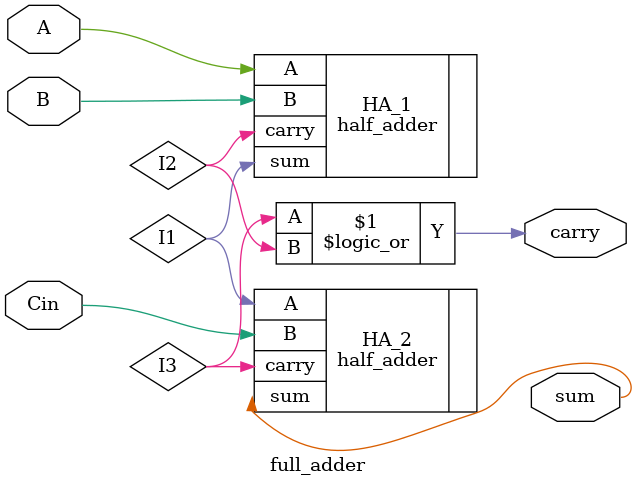
<source format=v>
module full_adder(sum, carry, A, B, Cin);

	input wire A; 
	input wire B;
	input wire Cin;
	
	output wire sum;
	output wire carry;


	wire I1, I2, I3;
	
	half_adder		HA_1(.sum(I1), .carry(I2), .A(A), .B(B));
	half_adder		HA_2(.sum(sum), .carry(I3), .A(I1), .B(Cin));
	
	assign carry = I3 || I2;
endmodule
</source>
